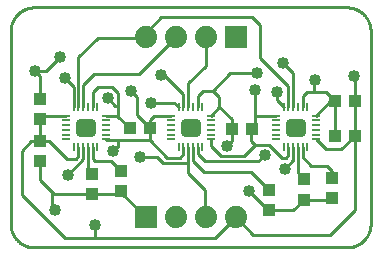
<source format=gtl>
G04 EAGLE Gerber X2 export*
G75*
%MOMM*%
%FSLAX34Y34*%
%LPD*%
%AMOC8*
5,1,8,0,0,1.08239X$1,22.5*%
G01*
%ADD10C,0.254000*%
%ADD11R,0.800000X0.200000*%
%ADD12R,0.200000X0.800000*%
%ADD13C,0.770000*%
%ADD14R,1.879600X1.879600*%
%ADD15C,1.879600*%
%ADD16R,1.000000X1.100000*%
%ADD17R,1.100000X1.000000*%
%ADD18C,1.016000*%


D10*
X20000Y203200D02*
X19517Y203194D01*
X19034Y203177D01*
X18551Y203147D01*
X18070Y203107D01*
X17589Y203054D01*
X17110Y202990D01*
X16633Y202915D01*
X16157Y202827D01*
X15684Y202729D01*
X15214Y202619D01*
X14746Y202498D01*
X14281Y202365D01*
X13820Y202221D01*
X13362Y202066D01*
X12908Y201900D01*
X12458Y201723D01*
X12013Y201536D01*
X11572Y201337D01*
X11136Y201129D01*
X10706Y200909D01*
X10280Y200679D01*
X9861Y200439D01*
X9447Y200189D01*
X9040Y199929D01*
X8639Y199660D01*
X8244Y199380D01*
X7857Y199092D01*
X7476Y198793D01*
X7103Y198486D01*
X6738Y198170D01*
X6380Y197845D01*
X6030Y197512D01*
X5688Y197170D01*
X5355Y196820D01*
X5030Y196462D01*
X4714Y196097D01*
X4407Y195724D01*
X4108Y195343D01*
X3820Y194956D01*
X3540Y194561D01*
X3271Y194160D01*
X3011Y193753D01*
X2761Y193339D01*
X2521Y192920D01*
X2291Y192494D01*
X2071Y192064D01*
X1863Y191628D01*
X1664Y191187D01*
X1477Y190742D01*
X1300Y190292D01*
X1134Y189838D01*
X979Y189380D01*
X835Y188919D01*
X702Y188454D01*
X581Y187986D01*
X471Y187516D01*
X373Y187043D01*
X285Y186567D01*
X210Y186090D01*
X146Y185611D01*
X93Y185130D01*
X53Y184649D01*
X23Y184166D01*
X6Y183683D01*
X0Y183200D01*
X0Y20000D01*
X6Y19517D01*
X23Y19034D01*
X53Y18551D01*
X93Y18070D01*
X146Y17589D01*
X210Y17110D01*
X285Y16633D01*
X373Y16157D01*
X471Y15684D01*
X581Y15214D01*
X702Y14746D01*
X835Y14281D01*
X979Y13820D01*
X1134Y13362D01*
X1300Y12908D01*
X1477Y12458D01*
X1664Y12013D01*
X1863Y11572D01*
X2071Y11136D01*
X2291Y10706D01*
X2521Y10280D01*
X2761Y9861D01*
X3011Y9447D01*
X3271Y9040D01*
X3540Y8639D01*
X3820Y8244D01*
X4108Y7857D01*
X4407Y7476D01*
X4714Y7103D01*
X5030Y6738D01*
X5355Y6380D01*
X5688Y6030D01*
X6030Y5688D01*
X6380Y5355D01*
X6738Y5030D01*
X7103Y4714D01*
X7476Y4407D01*
X7857Y4108D01*
X8244Y3820D01*
X8639Y3540D01*
X9040Y3271D01*
X9447Y3011D01*
X9861Y2761D01*
X10280Y2521D01*
X10706Y2291D01*
X11136Y2071D01*
X11572Y1863D01*
X12013Y1664D01*
X12458Y1477D01*
X12908Y1300D01*
X13362Y1134D01*
X13820Y979D01*
X14281Y835D01*
X14746Y702D01*
X15214Y581D01*
X15684Y471D01*
X16157Y373D01*
X16633Y285D01*
X17110Y210D01*
X17589Y146D01*
X18070Y93D01*
X18551Y53D01*
X19034Y23D01*
X19517Y6D01*
X20000Y0D01*
X284800Y0D01*
X285283Y6D01*
X285766Y23D01*
X286249Y53D01*
X286730Y93D01*
X287211Y146D01*
X287690Y210D01*
X288167Y285D01*
X288643Y373D01*
X289116Y471D01*
X289586Y581D01*
X290054Y702D01*
X290519Y835D01*
X290980Y979D01*
X291438Y1134D01*
X291892Y1300D01*
X292342Y1477D01*
X292787Y1664D01*
X293228Y1863D01*
X293664Y2071D01*
X294094Y2291D01*
X294520Y2521D01*
X294939Y2761D01*
X295353Y3011D01*
X295760Y3271D01*
X296161Y3540D01*
X296556Y3820D01*
X296943Y4108D01*
X297324Y4407D01*
X297697Y4714D01*
X298062Y5030D01*
X298420Y5355D01*
X298770Y5688D01*
X299112Y6030D01*
X299445Y6380D01*
X299770Y6738D01*
X300086Y7103D01*
X300393Y7476D01*
X300692Y7857D01*
X300980Y8244D01*
X301260Y8639D01*
X301529Y9040D01*
X301789Y9447D01*
X302039Y9861D01*
X302279Y10280D01*
X302509Y10706D01*
X302729Y11136D01*
X302937Y11572D01*
X303136Y12013D01*
X303323Y12458D01*
X303500Y12908D01*
X303666Y13362D01*
X303821Y13820D01*
X303965Y14281D01*
X304098Y14746D01*
X304219Y15214D01*
X304329Y15684D01*
X304427Y16157D01*
X304515Y16633D01*
X304590Y17110D01*
X304654Y17589D01*
X304707Y18070D01*
X304747Y18551D01*
X304777Y19034D01*
X304794Y19517D01*
X304800Y20000D01*
X304800Y183200D01*
X304794Y183683D01*
X304777Y184166D01*
X304747Y184649D01*
X304707Y185130D01*
X304654Y185611D01*
X304590Y186090D01*
X304515Y186567D01*
X304427Y187043D01*
X304329Y187516D01*
X304219Y187986D01*
X304098Y188454D01*
X303965Y188919D01*
X303821Y189380D01*
X303666Y189838D01*
X303500Y190292D01*
X303323Y190742D01*
X303136Y191187D01*
X302937Y191628D01*
X302729Y192064D01*
X302509Y192494D01*
X302279Y192920D01*
X302039Y193339D01*
X301789Y193753D01*
X301529Y194160D01*
X301260Y194561D01*
X300980Y194956D01*
X300692Y195343D01*
X300393Y195724D01*
X300086Y196097D01*
X299770Y196462D01*
X299445Y196820D01*
X299112Y197170D01*
X298770Y197512D01*
X298420Y197845D01*
X298062Y198170D01*
X297697Y198486D01*
X297324Y198793D01*
X296943Y199092D01*
X296556Y199380D01*
X296161Y199660D01*
X295760Y199929D01*
X295353Y200189D01*
X294939Y200439D01*
X294520Y200679D01*
X294094Y200909D01*
X293664Y201129D01*
X293228Y201337D01*
X292787Y201536D01*
X292342Y201723D01*
X291892Y201900D01*
X291438Y202066D01*
X290980Y202221D01*
X290519Y202365D01*
X290054Y202498D01*
X289586Y202619D01*
X289116Y202729D01*
X288643Y202827D01*
X288167Y202915D01*
X287690Y202990D01*
X287211Y203054D01*
X286730Y203107D01*
X286249Y203147D01*
X285766Y203177D01*
X285283Y203194D01*
X284800Y203200D01*
X20000Y203200D01*
D11*
X46500Y111600D03*
X46500Y107600D03*
X46500Y103600D03*
X46500Y99600D03*
X46500Y95600D03*
X46500Y91600D03*
D12*
X53500Y84600D03*
X57500Y84600D03*
X61500Y84600D03*
X65500Y84600D03*
X69500Y84600D03*
X73500Y84600D03*
D11*
X80500Y91600D03*
X80500Y95600D03*
X80500Y99600D03*
X80500Y103600D03*
X80500Y107600D03*
X80500Y111600D03*
D12*
X73500Y118600D03*
X69500Y118600D03*
X65500Y118600D03*
X61500Y118600D03*
X57500Y118600D03*
X53500Y118600D03*
D13*
X58850Y97750D02*
X68150Y97750D01*
X58850Y97750D02*
X58850Y105450D01*
X68150Y105450D01*
X68150Y97750D01*
X68150Y105449D02*
X58850Y105449D01*
D11*
X135400Y111600D03*
X135400Y107600D03*
X135400Y103600D03*
X135400Y99600D03*
X135400Y95600D03*
X135400Y91600D03*
D12*
X142400Y84600D03*
X146400Y84600D03*
X150400Y84600D03*
X154400Y84600D03*
X158400Y84600D03*
X162400Y84600D03*
D11*
X169400Y91600D03*
X169400Y95600D03*
X169400Y99600D03*
X169400Y103600D03*
X169400Y107600D03*
X169400Y111600D03*
D12*
X162400Y118600D03*
X158400Y118600D03*
X154400Y118600D03*
X150400Y118600D03*
X146400Y118600D03*
X142400Y118600D03*
D13*
X147750Y97750D02*
X157050Y97750D01*
X147750Y97750D02*
X147750Y105450D01*
X157050Y105450D01*
X157050Y97750D01*
X157050Y105449D02*
X147750Y105449D01*
D11*
X224300Y111600D03*
X224300Y107600D03*
X224300Y103600D03*
X224300Y99600D03*
X224300Y95600D03*
X224300Y91600D03*
D12*
X231300Y84600D03*
X235300Y84600D03*
X239300Y84600D03*
X243300Y84600D03*
X247300Y84600D03*
X251300Y84600D03*
D11*
X258300Y91600D03*
X258300Y95600D03*
X258300Y99600D03*
X258300Y103600D03*
X258300Y107600D03*
X258300Y111600D03*
D12*
X251300Y118600D03*
X247300Y118600D03*
X243300Y118600D03*
X239300Y118600D03*
X235300Y118600D03*
X231300Y118600D03*
D13*
X236650Y97750D02*
X245950Y97750D01*
X236650Y97750D02*
X236650Y105450D01*
X245950Y105450D01*
X245950Y97750D01*
X245950Y105449D02*
X236650Y105449D01*
D14*
X114300Y25400D03*
D15*
X139700Y25400D03*
X165100Y25400D03*
X190500Y25400D03*
D14*
X190500Y177800D03*
D15*
X165100Y177800D03*
X139700Y177800D03*
X114300Y177800D03*
D16*
X68834Y62348D03*
X68834Y45348D03*
X93726Y47634D03*
X93726Y64634D03*
D17*
X187334Y100584D03*
X204334Y100584D03*
X100720Y100838D03*
X117720Y100838D03*
X274964Y123698D03*
X291964Y123698D03*
X274710Y94742D03*
X291710Y94742D03*
D16*
X218694Y48632D03*
X218694Y31632D03*
X25146Y125848D03*
X25146Y108848D03*
X24892Y72780D03*
X24892Y89780D03*
X248412Y57522D03*
X248412Y40522D03*
X272542Y41538D03*
X272542Y58538D03*
D10*
X247300Y118600D02*
X247300Y128174D01*
X250952Y131826D01*
X270398Y123698D02*
X258300Y111600D01*
X270398Y123698D02*
X274964Y123698D01*
X257302Y131826D02*
X250952Y131826D01*
X257302Y131826D02*
X266836Y131826D01*
X274964Y123698D01*
X274964Y94996D01*
X274710Y94742D01*
X239522Y31632D02*
X218694Y31632D01*
X239522Y31632D02*
X248412Y40522D01*
X271526Y40522D01*
X272542Y41538D01*
X91440Y45348D02*
X68834Y45348D01*
X91440Y45348D02*
X93726Y47634D01*
X93726Y45974D01*
X114300Y25400D01*
X69500Y118600D02*
X69500Y131222D01*
X73914Y135636D01*
X86106Y135636D01*
X90932Y130810D01*
X90932Y120142D01*
X90932Y110626D01*
X100720Y100838D01*
X89958Y111600D02*
X80500Y111600D01*
X89958Y111600D02*
X90932Y110626D01*
X68834Y45348D02*
X36948Y45348D01*
X24892Y57404D02*
X24892Y72780D01*
X35179Y47117D02*
X36948Y45348D01*
X35179Y47117D02*
X24892Y57404D01*
X158400Y118600D02*
X158400Y127920D01*
X163322Y132842D01*
X171196Y132842D01*
X176784Y127254D01*
X176784Y118984D01*
X187334Y108434D01*
X187334Y100584D01*
X171196Y132842D02*
X186046Y147692D01*
X208788Y147692D01*
D18*
X208788Y147692D03*
X258064Y141732D03*
D10*
X257302Y140970D01*
X257302Y131826D01*
D18*
X202184Y47498D03*
D10*
X218050Y31632D01*
X218694Y31632D01*
X187334Y90052D02*
X187334Y100584D01*
X187334Y90052D02*
X183134Y85852D01*
D18*
X183134Y85852D03*
D10*
X35179Y47117D02*
X35179Y34417D01*
X37846Y31750D01*
D18*
X37846Y31750D03*
D10*
X25146Y125848D02*
X25146Y145034D01*
X20574Y149606D01*
D18*
X20574Y149606D03*
D10*
X88730Y120142D02*
X90932Y120142D01*
X88730Y120142D02*
X82592Y126280D01*
D18*
X82592Y126280D03*
X42164Y161544D03*
D10*
X30226Y149606D01*
X20574Y149606D01*
X169400Y111600D02*
X176784Y118984D01*
X53500Y118600D02*
X53500Y135730D01*
X45974Y143256D01*
D18*
X45974Y143256D03*
X118618Y122428D03*
D10*
X138572Y122428D02*
X142400Y118600D01*
X138572Y122428D02*
X118618Y122428D01*
X225298Y124602D02*
X231300Y118600D01*
X225298Y124602D02*
X225298Y131572D01*
D18*
X225298Y131572D03*
D10*
X211582Y160528D02*
X211582Y188214D01*
X204724Y195072D01*
X127508Y195072D01*
X114300Y181864D01*
X114300Y177800D01*
D18*
X127254Y145796D03*
D10*
X57500Y160878D02*
X57500Y118600D01*
X57500Y160878D02*
X73660Y177038D01*
X113538Y177038D01*
X114300Y177800D01*
X146400Y129698D02*
X146400Y118600D01*
X130302Y145796D02*
X127254Y145796D01*
X130302Y145796D02*
X146400Y129698D01*
X235300Y136810D02*
X235300Y118600D01*
X235300Y136810D02*
X211582Y160528D01*
X239300Y84600D02*
X239300Y73946D01*
X232156Y66802D01*
D18*
X232156Y66802D03*
D10*
X150400Y71088D02*
X150400Y84600D01*
X164592Y48514D02*
X164592Y25908D01*
X165100Y25400D01*
X61500Y74708D02*
X61500Y84600D01*
X61500Y74708D02*
X48514Y61722D01*
D18*
X48514Y61722D03*
X109982Y76708D03*
D10*
X123698Y76708D01*
X129318Y71088D02*
X150400Y71088D01*
X129318Y71088D02*
X123698Y76708D01*
X150400Y71088D02*
X150400Y62706D01*
X164592Y48514D01*
X46500Y111600D02*
X27898Y111600D01*
X25146Y108848D01*
X25146Y90034D01*
X24892Y89780D01*
X57500Y84600D02*
X57500Y77312D01*
X55372Y75184D01*
X47752Y75184D01*
X32902Y90034D02*
X25146Y90034D01*
X32902Y90034D02*
X47752Y75184D01*
X291964Y94996D02*
X291964Y123698D01*
X291964Y94996D02*
X291710Y94742D01*
X280026Y83058D01*
X266700Y83058D01*
X190500Y25400D02*
X172974Y7874D01*
X71882Y7874D01*
X46482Y7874D01*
X9652Y44704D01*
X9652Y81788D01*
X17644Y89780D01*
X24892Y89780D01*
X146400Y84600D02*
X146400Y78836D01*
X143510Y75946D01*
X132842Y75946D01*
X117720Y91068D02*
X117720Y100838D01*
X117720Y91068D02*
X132842Y75946D01*
X135400Y111600D02*
X121252Y111600D01*
X117720Y108068D02*
X117720Y100838D01*
X117720Y108068D02*
X121252Y111600D01*
D18*
X206756Y133350D03*
D10*
X206756Y111252D01*
X206756Y103006D01*
X204334Y100584D01*
X235300Y84600D02*
X235300Y78074D01*
X233172Y75946D01*
X229532Y75946D01*
X206756Y86868D02*
X203708Y89916D01*
X218610Y86868D02*
X229532Y75946D01*
X218610Y86868D02*
X206756Y86868D01*
X203708Y89916D02*
X203708Y99958D01*
X204334Y100584D01*
D18*
X291084Y145542D03*
D10*
X291964Y144662D01*
X291964Y123698D01*
X117720Y91068D02*
X90678Y91068D01*
X81032Y91068D01*
X90678Y91068D02*
X90678Y85090D01*
X87122Y81534D01*
D18*
X87122Y81534D03*
X71374Y19304D03*
D10*
X71374Y8382D01*
X71882Y7874D01*
X206756Y111252D02*
X207104Y111600D01*
X224300Y111600D01*
X169400Y91600D02*
X169400Y85870D01*
X177800Y77470D02*
X197866Y77470D01*
X177800Y77470D02*
X169400Y85870D01*
X197866Y77470D02*
X206756Y86360D01*
X206756Y86868D01*
X291710Y94742D02*
X291710Y31868D01*
X270256Y10414D01*
X205486Y10414D01*
X190500Y25400D01*
X258300Y91458D02*
X258300Y91600D01*
X258300Y91458D02*
X266700Y83058D01*
X81032Y91068D02*
X80500Y91600D01*
D18*
X101600Y132842D03*
D10*
X106680Y111878D02*
X117720Y100838D01*
X106680Y127762D02*
X101600Y132842D01*
X106680Y127762D02*
X106680Y111878D01*
X61500Y118600D02*
X61500Y137700D01*
X70612Y146812D01*
X108712Y146812D01*
X139700Y177800D01*
X150400Y139224D02*
X150400Y118600D01*
X165100Y153924D02*
X165100Y177800D01*
X165100Y153924D02*
X150400Y139224D01*
X239300Y147288D02*
X239300Y118600D01*
X239300Y147288D02*
X230514Y156074D01*
D18*
X230514Y156074D03*
D10*
X65500Y84600D02*
X65500Y65682D01*
X68834Y62348D01*
X69500Y75280D02*
X69500Y84600D01*
X69500Y75280D02*
X71628Y73152D01*
X85208Y73152D01*
X93726Y64634D01*
X203318Y64008D02*
X218694Y48632D01*
X154400Y73184D02*
X154400Y84600D01*
X154400Y73184D02*
X163576Y64008D01*
X189992Y64008D01*
X203318Y64008D01*
X243300Y62634D02*
X243300Y84600D01*
X243300Y62634D02*
X248412Y57522D01*
X247300Y76804D02*
X247300Y84600D01*
X254762Y69342D02*
X267716Y69342D01*
X272542Y64516D01*
X272542Y58538D01*
X254762Y69342D02*
X247300Y76804D01*
X158400Y79090D02*
X158400Y84600D01*
X158400Y79090D02*
X164592Y72898D01*
X209550Y72898D01*
X215138Y78486D01*
D18*
X215138Y78486D03*
M02*

</source>
